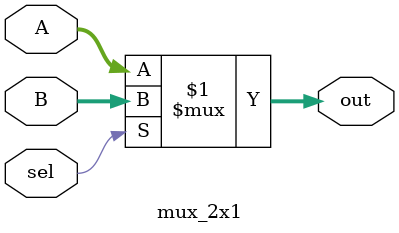
<source format=v>
`timescale 1ns / 1ps

module mux_2x1(A,B,sel,out);
input [31:0] A,B;
input sel;
output [31:0]out;

assign out=(sel)?B:A;

endmodule

</source>
